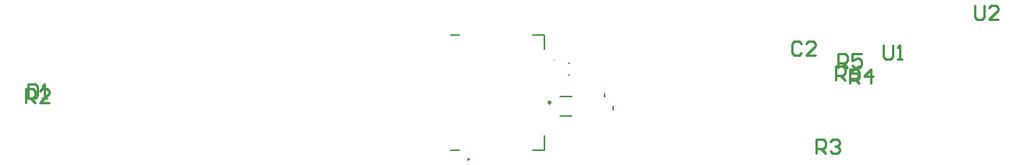
<source format=gto>
G04*
G04 #@! TF.GenerationSoftware,Altium Limited,Altium Designer,25.4.2 (15)*
G04*
G04 Layer_Color=65535*
%FSLAX44Y44*%
%MOMM*%
G71*
G04*
G04 #@! TF.SameCoordinates,CC5B27D0-6A48-44B3-9A3A-EAE5C0A25098*
G04*
G04*
G04 #@! TF.FilePolarity,Positive*
G04*
G01*
G75*
%ADD10C,0.2500*%
%ADD11C,0.2000*%
%ADD12C,0.1000*%
%ADD13C,0.1500*%
%ADD14C,0.2540*%
G36*
X337174Y165781D02*
X337153D01*
Y165905D01*
X337151D01*
X337148Y165903D01*
X337133Y165893D01*
X337130D01*
X337125Y165887D01*
X337113Y165882D01*
Y165903D01*
X337115Y165905D01*
X337123Y165908D01*
X337141Y165920D01*
X337143Y165923D01*
X337148Y165928D01*
X337153Y165936D01*
X337158Y165943D01*
X337174D01*
Y165781D01*
D02*
G37*
G36*
X337034Y165941D02*
X337044Y165938D01*
X337047D01*
X337049Y165933D01*
X337057Y165928D01*
X337062Y165920D01*
X337064Y165918D01*
X337067Y165913D01*
X337069Y165908D01*
Y165898D01*
Y165895D01*
X337067Y165887D01*
X337064Y165877D01*
X337057Y165867D01*
X337054Y165865D01*
X337049Y165862D01*
X337039Y165857D01*
X337024Y165854D01*
X337026D01*
X337029Y165852D01*
X337034Y165844D01*
X337036Y165842D01*
X337039Y165839D01*
X337052Y165824D01*
X337077Y165781D01*
X337054D01*
X337034Y165814D01*
X337031Y165816D01*
X337029Y165821D01*
X337021Y165829D01*
X337016Y165837D01*
Y165839D01*
X337014Y165842D01*
X337006Y165847D01*
X337003Y165849D01*
X336998D01*
X336996Y165852D01*
X336963D01*
Y165781D01*
X336942D01*
Y165943D01*
X337024D01*
X337034Y165941D01*
D02*
G37*
%LPC*%
G36*
X337024Y165923D02*
X336963D01*
Y165872D01*
X337021D01*
X337029Y165875D01*
X337031D01*
X337034Y165877D01*
X337044Y165882D01*
Y165885D01*
X337047Y165887D01*
X337049Y165898D01*
Y165900D01*
Y165903D01*
X337044Y165910D01*
X337039Y165915D01*
X337036Y165918D01*
X337034Y165920D01*
X337024Y165923D01*
D02*
G37*
%LPD*%
D10*
X121422Y63686D02*
G03*
X121422Y63686I-1250J0D01*
G01*
D11*
X33264Y2000D02*
G03*
X33264Y2000I-1000J0D01*
G01*
X131422Y69936D02*
X144422D01*
X131422Y48936D02*
X144422D01*
X13264Y12000D02*
X22264D01*
X102264D02*
X114764D01*
Y27500D01*
Y121500D02*
Y137000D01*
X102264D02*
X114764D01*
X13264D02*
X22264D01*
X140724Y94330D02*
X141724D01*
X140724Y106330D02*
X141724D01*
D12*
X125103Y109451D02*
G03*
X125103Y109451I-500J0D01*
G01*
D13*
X180117Y69882D02*
Y73882D01*
X189230Y55912D02*
Y59912D01*
D14*
X393447Y127760D02*
X390908Y130300D01*
X385829D01*
X383290Y127760D01*
Y117604D01*
X385829Y115064D01*
X390908D01*
X393447Y117604D01*
X408682Y115064D02*
X398525D01*
X408682Y125221D01*
Y127760D01*
X406143Y130300D01*
X401064D01*
X398525Y127760D01*
X432566Y101602D02*
Y116838D01*
X440184D01*
X442723Y114298D01*
Y109220D01*
X440184Y106681D01*
X432566D01*
X437645D02*
X442723Y101602D01*
X457958Y116838D02*
X447801D01*
Y109220D01*
X452879Y111759D01*
X455419D01*
X457958Y109220D01*
Y104142D01*
X455419Y101602D01*
X450340D01*
X447801Y104142D01*
X581410Y169669D02*
Y156974D01*
X583949Y154434D01*
X589028D01*
X591567Y156974D01*
Y169669D01*
X606802Y154434D02*
X596645D01*
X606802Y164591D01*
Y167130D01*
X604263Y169669D01*
X599184D01*
X596645Y167130D01*
X481989Y125806D02*
Y113110D01*
X484528Y110570D01*
X489607D01*
X492146Y113110D01*
Y125806D01*
X497224Y110570D02*
X502302D01*
X499763D01*
Y125806D01*
X497224Y123266D01*
X-445259Y83818D02*
Y68583D01*
X-437641D01*
X-435102Y71122D01*
Y81278D01*
X-437641Y83818D01*
X-445259D01*
X-430024Y68583D02*
X-424945D01*
X-427484D01*
Y83818D01*
X-430024Y81278D01*
X-447798Y63756D02*
Y78991D01*
X-440180D01*
X-437641Y76452D01*
Y71374D01*
X-440180Y68835D01*
X-447798D01*
X-442719D02*
X-437641Y63756D01*
X-422406D02*
X-432563D01*
X-422406Y73913D01*
Y76452D01*
X-424945Y78991D01*
X-430024D01*
X-432563Y76452D01*
X409198Y8130D02*
Y23365D01*
X416816D01*
X419355Y20826D01*
Y15748D01*
X416816Y13209D01*
X409198D01*
X414277D02*
X419355Y8130D01*
X424433Y20826D02*
X426972Y23365D01*
X432051D01*
X434590Y20826D01*
Y18287D01*
X432051Y15748D01*
X429511D01*
X432051D01*
X434590Y13209D01*
Y10670D01*
X432051Y8130D01*
X426972D01*
X424433Y10670D01*
X430788Y87886D02*
Y103122D01*
X438406D01*
X440945Y100582D01*
Y95504D01*
X438406Y92965D01*
X430788D01*
X435867D02*
X440945Y87886D01*
X456180Y103122D02*
X451101Y100582D01*
X446023Y95504D01*
Y90426D01*
X448562Y87886D01*
X453641D01*
X456180Y90426D01*
Y92965D01*
X453641Y95504D01*
X446023D01*
X445520Y84838D02*
Y100073D01*
X453138D01*
X455677Y97534D01*
Y92456D01*
X453138Y89917D01*
X445520D01*
X450598D02*
X455677Y84838D01*
X468373D02*
Y100073D01*
X460755Y92456D01*
X470912D01*
M02*

</source>
